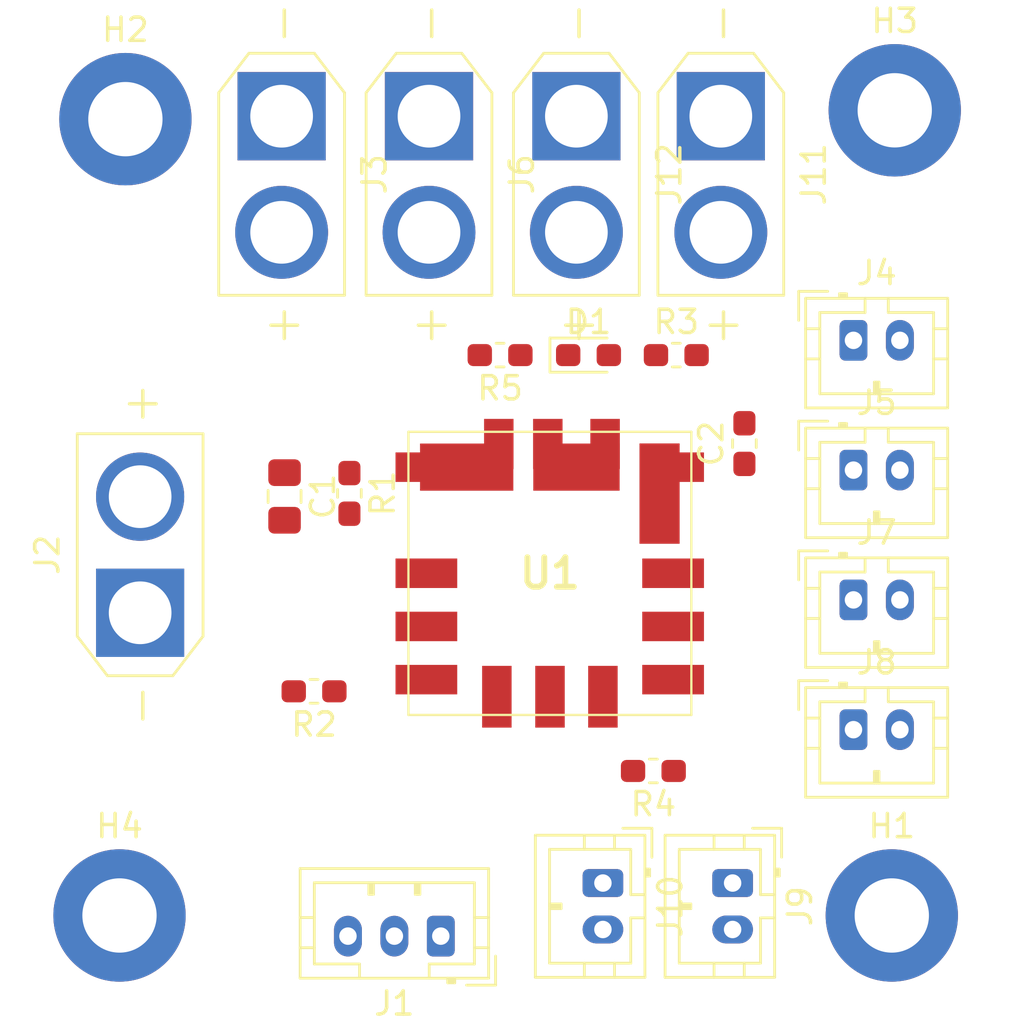
<source format=kicad_pcb>
(kicad_pcb (version 20171130) (host pcbnew "(5.1.2)-1")

  (general
    (thickness 1.6)
    (drawings 0)
    (tracks 0)
    (zones 0)
    (modules 25)
    (nets 12)
  )

  (page A4)
  (layers
    (0 F.Cu signal)
    (31 B.Cu signal)
    (32 B.Adhes user)
    (33 F.Adhes user)
    (34 B.Paste user)
    (35 F.Paste user)
    (36 B.SilkS user)
    (37 F.SilkS user)
    (38 B.Mask user)
    (39 F.Mask user)
    (40 Dwgs.User user)
    (41 Cmts.User user)
    (42 Eco1.User user)
    (43 Eco2.User user)
    (44 Edge.Cuts user)
    (45 Margin user)
    (46 B.CrtYd user)
    (47 F.CrtYd user)
    (48 B.Fab user)
    (49 F.Fab user)
  )

  (setup
    (last_trace_width 0.25)
    (trace_clearance 0.2)
    (zone_clearance 0.508)
    (zone_45_only no)
    (trace_min 0.2)
    (via_size 0.8)
    (via_drill 0.4)
    (via_min_size 0.4)
    (via_min_drill 0.3)
    (uvia_size 0.3)
    (uvia_drill 0.1)
    (uvias_allowed no)
    (uvia_min_size 0.2)
    (uvia_min_drill 0.1)
    (edge_width 0.05)
    (segment_width 0.2)
    (pcb_text_width 0.3)
    (pcb_text_size 1.5 1.5)
    (mod_edge_width 0.12)
    (mod_text_size 1 1)
    (mod_text_width 0.15)
    (pad_size 1.2 1.75)
    (pad_drill 0.75)
    (pad_to_mask_clearance 0.051)
    (solder_mask_min_width 0.25)
    (aux_axis_origin 0 0)
    (grid_origin 143.764 97.663)
    (visible_elements 7FFFFFFF)
    (pcbplotparams
      (layerselection 0x010fc_ffffffff)
      (usegerberextensions false)
      (usegerberattributes false)
      (usegerberadvancedattributes false)
      (creategerberjobfile false)
      (excludeedgelayer true)
      (linewidth 0.100000)
      (plotframeref false)
      (viasonmask false)
      (mode 1)
      (useauxorigin false)
      (hpglpennumber 1)
      (hpglpenspeed 20)
      (hpglpendiameter 15.000000)
      (psnegative false)
      (psa4output false)
      (plotreference true)
      (plotvalue true)
      (plotinvisibletext false)
      (padsonsilk false)
      (subtractmaskfromsilk false)
      (outputformat 1)
      (mirror false)
      (drillshape 0)
      (scaleselection 1)
      (outputdirectory "universal_power_board_garber_v1.1/"))
  )

  (net 0 "")
  (net 1 GND)
  (net 2 +BATT)
  (net 3 +5V)
  (net 4 "Net-(D1-Pad1)")
  (net 5 "Net-(R4-Pad1)")
  (net 6 "Net-(U1-Pad12)")
  (net 7 "Net-(U1-Pad11)")
  (net 8 "Net-(U1-Pad10)")
  (net 9 "Net-(U1-Pad9)")
  (net 10 "Net-(U1-Pad8)")
  (net 11 "Net-(J1-Pad2)")

  (net_class Default "これはデフォルトのネット クラスです。"
    (clearance 0.2)
    (trace_width 0.25)
    (via_dia 0.8)
    (via_drill 0.4)
    (uvia_dia 0.3)
    (uvia_drill 0.1)
    (add_net GND)
    (add_net "Net-(D1-Pad1)")
    (add_net "Net-(J1-Pad2)")
    (add_net "Net-(R4-Pad1)")
    (add_net "Net-(U1-Pad10)")
    (add_net "Net-(U1-Pad11)")
    (add_net "Net-(U1-Pad12)")
    (add_net "Net-(U1-Pad8)")
    (add_net "Net-(U1-Pad9)")
  )

  (net_class 5V ""
    (clearance 0.2)
    (trace_width 0.300387)
    (via_dia 0.8)
    (via_drill 0.4)
    (uvia_dia 0.3)
    (uvia_drill 0.1)
    (add_net +5V)
  )

  (net_class BATT ""
    (clearance 0.2)
    (trace_width 5)
    (via_dia 0.8)
    (via_drill 0.4)
    (uvia_dia 0.3)
    (uvia_drill 0.1)
    (add_net +BATT)
  )

  (module Connector_JST:JST_PH_B3B-PH-K_1x03_P2.00mm_Vertical (layer F.Cu) (tedit 5B7745C2) (tstamp 60362765)
    (at 112.649 88.646 180)
    (descr "JST PH series connector, B3B-PH-K (http://www.jst-mfg.com/product/pdf/eng/ePH.pdf), generated with kicad-footprint-generator")
    (tags "connector JST PH side entry")
    (path /60365C77)
    (fp_text reference J1 (at 2 -2.9) (layer F.SilkS)
      (effects (font (size 1 1) (thickness 0.15)))
    )
    (fp_text value Conn_01x03_Male (at 2 4) (layer F.Fab)
      (effects (font (size 1 1) (thickness 0.15)))
    )
    (fp_text user %R (at 2 1.5) (layer F.Fab)
      (effects (font (size 1 1) (thickness 0.15)))
    )
    (fp_line (start 6.45 -2.2) (end -2.45 -2.2) (layer F.CrtYd) (width 0.05))
    (fp_line (start 6.45 3.3) (end 6.45 -2.2) (layer F.CrtYd) (width 0.05))
    (fp_line (start -2.45 3.3) (end 6.45 3.3) (layer F.CrtYd) (width 0.05))
    (fp_line (start -2.45 -2.2) (end -2.45 3.3) (layer F.CrtYd) (width 0.05))
    (fp_line (start 5.95 -1.7) (end -1.95 -1.7) (layer F.Fab) (width 0.1))
    (fp_line (start 5.95 2.8) (end 5.95 -1.7) (layer F.Fab) (width 0.1))
    (fp_line (start -1.95 2.8) (end 5.95 2.8) (layer F.Fab) (width 0.1))
    (fp_line (start -1.95 -1.7) (end -1.95 2.8) (layer F.Fab) (width 0.1))
    (fp_line (start -2.36 -2.11) (end -2.36 -0.86) (layer F.Fab) (width 0.1))
    (fp_line (start -1.11 -2.11) (end -2.36 -2.11) (layer F.Fab) (width 0.1))
    (fp_line (start -2.36 -2.11) (end -2.36 -0.86) (layer F.SilkS) (width 0.12))
    (fp_line (start -1.11 -2.11) (end -2.36 -2.11) (layer F.SilkS) (width 0.12))
    (fp_line (start 3 2.3) (end 3 1.8) (layer F.SilkS) (width 0.12))
    (fp_line (start 3.1 1.8) (end 3.1 2.3) (layer F.SilkS) (width 0.12))
    (fp_line (start 2.9 1.8) (end 3.1 1.8) (layer F.SilkS) (width 0.12))
    (fp_line (start 2.9 2.3) (end 2.9 1.8) (layer F.SilkS) (width 0.12))
    (fp_line (start 1 2.3) (end 1 1.8) (layer F.SilkS) (width 0.12))
    (fp_line (start 1.1 1.8) (end 1.1 2.3) (layer F.SilkS) (width 0.12))
    (fp_line (start 0.9 1.8) (end 1.1 1.8) (layer F.SilkS) (width 0.12))
    (fp_line (start 0.9 2.3) (end 0.9 1.8) (layer F.SilkS) (width 0.12))
    (fp_line (start 6.06 0.8) (end 5.45 0.8) (layer F.SilkS) (width 0.12))
    (fp_line (start 6.06 -0.5) (end 5.45 -0.5) (layer F.SilkS) (width 0.12))
    (fp_line (start -2.06 0.8) (end -1.45 0.8) (layer F.SilkS) (width 0.12))
    (fp_line (start -2.06 -0.5) (end -1.45 -0.5) (layer F.SilkS) (width 0.12))
    (fp_line (start 3.5 -1.2) (end 3.5 -1.81) (layer F.SilkS) (width 0.12))
    (fp_line (start 5.45 -1.2) (end 3.5 -1.2) (layer F.SilkS) (width 0.12))
    (fp_line (start 5.45 2.3) (end 5.45 -1.2) (layer F.SilkS) (width 0.12))
    (fp_line (start -1.45 2.3) (end 5.45 2.3) (layer F.SilkS) (width 0.12))
    (fp_line (start -1.45 -1.2) (end -1.45 2.3) (layer F.SilkS) (width 0.12))
    (fp_line (start 0.5 -1.2) (end -1.45 -1.2) (layer F.SilkS) (width 0.12))
    (fp_line (start 0.5 -1.81) (end 0.5 -1.2) (layer F.SilkS) (width 0.12))
    (fp_line (start -0.3 -1.91) (end -0.6 -1.91) (layer F.SilkS) (width 0.12))
    (fp_line (start -0.6 -2.01) (end -0.6 -1.81) (layer F.SilkS) (width 0.12))
    (fp_line (start -0.3 -2.01) (end -0.6 -2.01) (layer F.SilkS) (width 0.12))
    (fp_line (start -0.3 -1.81) (end -0.3 -2.01) (layer F.SilkS) (width 0.12))
    (fp_line (start 6.06 -1.81) (end -2.06 -1.81) (layer F.SilkS) (width 0.12))
    (fp_line (start 6.06 2.91) (end 6.06 -1.81) (layer F.SilkS) (width 0.12))
    (fp_line (start -2.06 2.91) (end 6.06 2.91) (layer F.SilkS) (width 0.12))
    (fp_line (start -2.06 -1.81) (end -2.06 2.91) (layer F.SilkS) (width 0.12))
    (pad 3 thru_hole oval (at 4 0 180) (size 1.2 1.75) (drill 0.75) (layers *.Cu *.Mask)
      (net 1 GND))
    (pad 2 thru_hole oval (at 2 0 180) (size 1.2 1.75) (drill 0.75) (layers *.Cu *.Mask)
      (net 11 "Net-(J1-Pad2)"))
    (pad 1 thru_hole roundrect (at 0 0 180) (size 1.2 1.75) (drill 0.75) (layers *.Cu *.Mask) (roundrect_rratio 0.208333)
      (net 3 +5V))
    (model ${KISYS3DMOD}/Connector_JST.3dshapes/JST_PH_B3B-PH-K_1x03_P2.00mm_Vertical.wrl
      (at (xyz 0 0 0))
      (scale (xyz 1 1 1))
      (rotate (xyz 0 0 0))
    )
  )

  (module Connector_AMASS:AMASS_XT30U-F_1x02_P5.0mm_Vertical (layer F.Cu) (tedit 5C8E9CDA) (tstamp 60353EB1)
    (at 124.714 53.34 270)
    (descr "Connector XT30 Vertical Cable Female, https://www.tme.eu/en/Document/3cbfa5cfa544d79584972dd5234a409e/XT30U%20SPEC.pdf")
    (tags "RC Connector XT30")
    (path /5EECBAEE)
    (fp_text reference J11 (at 2.5 -4 90) (layer F.SilkS)
      (effects (font (size 1 1) (thickness 0.15)))
    )
    (fp_text value "BATT OUTPUT" (at 2.5 4 90) (layer F.Fab)
      (effects (font (size 1 1) (thickness 0.15)))
    )
    (fp_text user - (at -4 0 90) (layer F.SilkS)
      (effects (font (size 1.5 1.5) (thickness 0.15)))
    )
    (fp_text user + (at 9 0 90) (layer F.SilkS)
      (effects (font (size 1.5 1.5) (thickness 0.15)))
    )
    (fp_line (start -3.1 1.8) (end -1.4 3.1) (layer F.CrtYd) (width 0.05))
    (fp_line (start -3.1 -1.8) (end -1.4 -3.1) (layer F.CrtYd) (width 0.05))
    (fp_line (start -1.4 3.1) (end 8.1 3.1) (layer F.CrtYd) (width 0.05))
    (fp_line (start -3.1 -1.8) (end -3.1 1.8) (layer F.CrtYd) (width 0.05))
    (fp_line (start 8.1 -3.1) (end 8.1 3.1) (layer F.CrtYd) (width 0.05))
    (fp_line (start -1.4 -3.1) (end 8.1 -3.1) (layer F.CrtYd) (width 0.05))
    (fp_line (start -2.71 -1.41) (end -2.71 1.41) (layer F.SilkS) (width 0.12))
    (fp_line (start -2.71 1.41) (end -1.01 2.71) (layer F.SilkS) (width 0.12))
    (fp_line (start -2.71 -1.41) (end -1.01 -2.71) (layer F.SilkS) (width 0.12))
    (fp_line (start -1.01 2.71) (end 7.71 2.71) (layer F.SilkS) (width 0.12))
    (fp_line (start 7.71 -2.71) (end 7.71 2.71) (layer F.SilkS) (width 0.12))
    (fp_line (start -1.01 -2.71) (end 7.71 -2.71) (layer F.SilkS) (width 0.12))
    (fp_line (start -2.6 1.3) (end -0.9 2.6) (layer F.Fab) (width 0.1))
    (fp_line (start -2.6 -1.3) (end -0.9 -2.6) (layer F.Fab) (width 0.1))
    (fp_line (start -0.9 2.6) (end 7.6 2.6) (layer F.Fab) (width 0.1))
    (fp_line (start -0.9 -2.6) (end 7.6 -2.6) (layer F.Fab) (width 0.1))
    (fp_line (start 7.6 -2.6) (end 7.6 2.6) (layer F.Fab) (width 0.1))
    (fp_line (start -2.6 -1.3) (end -2.6 1.3) (layer F.Fab) (width 0.1))
    (fp_text user %R (at 2.5 0 90) (layer F.Fab)
      (effects (font (size 1 1) (thickness 0.15)))
    )
    (pad 2 thru_hole circle (at 5 0 270) (size 4 4) (drill 2.7) (layers *.Cu *.Mask)
      (net 2 +BATT))
    (pad 1 thru_hole rect (at 0 0 270) (size 3.8 3.8) (drill 2.7) (layers *.Cu *.Mask)
      (net 1 GND))
    (model ${KISYS3DMOD}/Connector_AMASS.3dshapes/AMASS_XT30U-F_1x02_P5.0mm_Vertical.wrl
      (at (xyz 0 0 0))
      (scale (xyz 1 1 1))
      (rotate (xyz 0 0 0))
    )
  )

  (module OKL-T_6-W12N-C:OKL-T_3-W5 (layer F.Cu) (tedit 60353764) (tstamp 60353F3F)
    (at 123.444 79.121)
    (descr OKL-T/3-W5)
    (tags "Undefined or Miscellaneous")
    (path /5EDB87BA)
    (attr smd)
    (fp_text reference U1 (at -6.095 -6.095) (layer F.SilkS)
      (effects (font (size 1.27 1.27) (thickness 0.254)))
    )
    (fp_text value OKL-T_6-W12N-C (at -6.095 -6.095) (layer F.SilkS) hide
      (effects (font (size 1.27 1.27) (thickness 0.254)))
    )
    (fp_line (start -12.19 0) (end -12.19 -12.19) (layer F.SilkS) (width 0.1))
    (fp_line (start 0 0) (end -12.19 0) (layer F.SilkS) (width 0.1))
    (fp_line (start 0 -12.19) (end 0 0) (layer F.SilkS) (width 0.1))
    (fp_line (start -12.19 -12.19) (end 0 -12.19) (layer F.SilkS) (width 0.1))
    (fp_line (start -12.19 -12.19) (end -12.19 0) (layer F.Fab) (width 0.2))
    (fp_line (start 0 -12.19) (end -12.19 -12.19) (layer F.Fab) (width 0.2))
    (fp_line (start 0 0) (end 0 -12.19) (layer F.Fab) (width 0.2))
    (fp_line (start -12.19 0) (end 0 0) (layer F.Fab) (width 0.2))
    (fp_text user %R (at -6.095 -6.095) (layer F.Fab)
      (effects (font (size 1.27 1.27) (thickness 0.254)))
    )
    (pad 3 smd rect (at -3.71646 -11.6677 180) (size 1.27 2.159) (layers F.Cu F.Paste F.Mask)
      (net 1 GND))
    (pad 3 smd rect (at -6.18446 -11.6677) (size 1.27 2.159) (layers F.Cu F.Paste F.Mask)
      (net 1 GND))
    (pad 4 smd rect (at -0.53613 -10.668 90) (size 1.27 2.159) (layers F.Cu F.Paste F.Mask)
      (net 3 +5V))
    (pad 2 smd rect (at -8.296072 -11.6677 180) (size 1.27 2.159) (layers F.Cu F.Paste F.Mask)
      (net 2 +BATT))
    (pad 2 smd rect (at -11.66657 -10.668 90) (size 1.27 2.159) (layers F.Cu F.Paste F.Mask)
      (net 2 +BATT))
    (pad 12 smd rect (at -3.81 -0.78359 90) (size 2.659 1.27) (layers F.Cu F.Paste F.Mask)
      (net 6 "Net-(U1-Pad12)"))
    (pad 11 smd rect (at -0.78613 -3.81 90) (size 1.27 2.659) (layers F.Cu F.Paste F.Mask)
      (net 7 "Net-(U1-Pad11)"))
    (pad 10 smd rect (at -11.41657 -3.81 90) (size 1.27 2.659) (layers F.Cu F.Paste F.Mask)
      (net 8 "Net-(U1-Pad10)"))
    (pad 9 smd rect (at -11.41657 -1.52 90) (size 1.27 2.659) (layers F.Cu F.Paste F.Mask)
      (net 9 "Net-(U1-Pad9)"))
    (pad 8 smd rect (at -8.38 -0.78359 90) (size 2.659 1.27) (layers F.Cu F.Paste F.Mask)
      (net 10 "Net-(U1-Pad8)"))
    (pad 7 smd rect (at -6.09 -0.78359 90) (size 2.659 1.27) (layers F.Cu F.Paste F.Mask)
      (net 1 GND))
    (pad 6 smd rect (at -0.78613 -1.52 90) (size 1.27 2.659) (layers F.Cu F.Paste F.Mask)
      (net 5 "Net-(R4-Pad1)"))
    (pad 5 smd rect (at -0.78613 -6.1 90) (size 1.27 2.659) (layers F.Cu F.Paste F.Mask)
      (net 3 +5V))
    (pad 4 smd rect (at -1.37 -9.53) (size 1.73 4.32) (layers F.Cu F.Paste F.Mask)
      (net 3 +5V))
    (pad 3 smd rect (at -4.95 -10.67 90) (size 2.03 3.72) (layers F.Cu F.Paste F.Mask)
      (net 1 GND))
    (pad 2 smd rect (at -9.68 -10.67 90) (size 2.03 4.02) (layers F.Cu F.Paste F.Mask)
      (net 2 +BATT))
    (pad 1 smd rect (at -11.41657 -6.1 90) (size 1.27 2.659) (layers F.Cu F.Paste F.Mask)
      (net 1 GND))
  )

  (module MountingHole:MountingHole_3.2mm_M3_ISO7380_Pad (layer F.Cu) (tedit 56D1B4CB) (tstamp 60353D10)
    (at 132.207 53.086)
    (descr "Mounting Hole 3.2mm, M3, ISO7380")
    (tags "mounting hole 3.2mm m3 iso7380")
    (path /5EE580CC)
    (attr virtual)
    (fp_text reference H3 (at 0 -3.85) (layer F.SilkS)
      (effects (font (size 1 1) (thickness 0.15)))
    )
    (fp_text value MountingHole (at 0 3.85) (layer F.Fab)
      (effects (font (size 1 1) (thickness 0.15)))
    )
    (fp_circle (center 0 0) (end 3.1 0) (layer F.CrtYd) (width 0.05))
    (fp_circle (center 0 0) (end 2.85 0) (layer Cmts.User) (width 0.15))
    (fp_text user %R (at 0.3 0) (layer F.Fab)
      (effects (font (size 1 1) (thickness 0.15)))
    )
    (pad 1 thru_hole circle (at 0 0) (size 5.7 5.7) (drill 3.2) (layers *.Cu *.Mask))
  )

  (module LED_SMD:LED_0603_1608Metric_Pad1.05x0.95mm_HandSolder (layer F.Cu) (tedit 5B4B45C9) (tstamp 60353CF8)
    (at 119.013 63.627)
    (descr "LED SMD 0603 (1608 Metric), square (rectangular) end terminal, IPC_7351 nominal, (Body size source: http://www.tortai-tech.com/upload/download/2011102023233369053.pdf), generated with kicad-footprint-generator")
    (tags "LED handsolder")
    (path /5EDD93B7)
    (attr smd)
    (fp_text reference D1 (at 0 -1.43) (layer F.SilkS)
      (effects (font (size 1 1) (thickness 0.15)))
    )
    (fp_text value LED (at 0 1.43) (layer F.Fab)
      (effects (font (size 1 1) (thickness 0.15)))
    )
    (fp_text user %R (at 0 0) (layer F.Fab)
      (effects (font (size 0.4 0.4) (thickness 0.06)))
    )
    (fp_line (start 1.65 0.73) (end -1.65 0.73) (layer F.CrtYd) (width 0.05))
    (fp_line (start 1.65 -0.73) (end 1.65 0.73) (layer F.CrtYd) (width 0.05))
    (fp_line (start -1.65 -0.73) (end 1.65 -0.73) (layer F.CrtYd) (width 0.05))
    (fp_line (start -1.65 0.73) (end -1.65 -0.73) (layer F.CrtYd) (width 0.05))
    (fp_line (start -1.66 0.735) (end 0.8 0.735) (layer F.SilkS) (width 0.12))
    (fp_line (start -1.66 -0.735) (end -1.66 0.735) (layer F.SilkS) (width 0.12))
    (fp_line (start 0.8 -0.735) (end -1.66 -0.735) (layer F.SilkS) (width 0.12))
    (fp_line (start 0.8 0.4) (end 0.8 -0.4) (layer F.Fab) (width 0.1))
    (fp_line (start -0.8 0.4) (end 0.8 0.4) (layer F.Fab) (width 0.1))
    (fp_line (start -0.8 -0.1) (end -0.8 0.4) (layer F.Fab) (width 0.1))
    (fp_line (start -0.5 -0.4) (end -0.8 -0.1) (layer F.Fab) (width 0.1))
    (fp_line (start 0.8 -0.4) (end -0.5 -0.4) (layer F.Fab) (width 0.1))
    (pad 2 smd roundrect (at 0.875 0) (size 1.05 0.95) (layers F.Cu F.Paste F.Mask) (roundrect_rratio 0.25)
      (net 3 +5V))
    (pad 1 smd roundrect (at -0.875 0) (size 1.05 0.95) (layers F.Cu F.Paste F.Mask) (roundrect_rratio 0.25)
      (net 4 "Net-(D1-Pad1)"))
    (model ${KISYS3DMOD}/LED_SMD.3dshapes/LED_0603_1608Metric.wrl
      (at (xyz 0 0 0))
      (scale (xyz 1 1 1))
      (rotate (xyz 0 0 0))
    )
  )

  (module Resistor_SMD:R_0603_1608Metric_Pad1.05x0.95mm_HandSolder (layer F.Cu) (tedit 5B301BBD) (tstamp 60353EEE)
    (at 107.188 78.105 180)
    (descr "Resistor SMD 0603 (1608 Metric), square (rectangular) end terminal, IPC_7351 nominal with elongated pad for handsoldering. (Body size source: http://www.tortai-tech.com/upload/download/2011102023233369053.pdf), generated with kicad-footprint-generator")
    (tags "resistor handsolder")
    (path /5EDCC21E)
    (attr smd)
    (fp_text reference R2 (at 0 -1.43) (layer F.SilkS)
      (effects (font (size 1 1) (thickness 0.15)))
    )
    (fp_text value 150 (at 0 1.43) (layer F.Fab)
      (effects (font (size 1 1) (thickness 0.15)))
    )
    (fp_text user %R (at 0 0) (layer F.Fab)
      (effects (font (size 0.4 0.4) (thickness 0.06)))
    )
    (fp_line (start 1.65 0.73) (end -1.65 0.73) (layer F.CrtYd) (width 0.05))
    (fp_line (start 1.65 -0.73) (end 1.65 0.73) (layer F.CrtYd) (width 0.05))
    (fp_line (start -1.65 -0.73) (end 1.65 -0.73) (layer F.CrtYd) (width 0.05))
    (fp_line (start -1.65 0.73) (end -1.65 -0.73) (layer F.CrtYd) (width 0.05))
    (fp_line (start -0.171267 0.51) (end 0.171267 0.51) (layer F.SilkS) (width 0.12))
    (fp_line (start -0.171267 -0.51) (end 0.171267 -0.51) (layer F.SilkS) (width 0.12))
    (fp_line (start 0.8 0.4) (end -0.8 0.4) (layer F.Fab) (width 0.1))
    (fp_line (start 0.8 -0.4) (end 0.8 0.4) (layer F.Fab) (width 0.1))
    (fp_line (start -0.8 -0.4) (end 0.8 -0.4) (layer F.Fab) (width 0.1))
    (fp_line (start -0.8 0.4) (end -0.8 -0.4) (layer F.Fab) (width 0.1))
    (pad 2 smd roundrect (at 0.875 0 180) (size 1.05 0.95) (layers F.Cu F.Paste F.Mask) (roundrect_rratio 0.25)
      (net 1 GND))
    (pad 1 smd roundrect (at -0.875 0 180) (size 1.05 0.95) (layers F.Cu F.Paste F.Mask) (roundrect_rratio 0.25)
      (net 11 "Net-(J1-Pad2)"))
    (model ${KISYS3DMOD}/Resistor_SMD.3dshapes/R_0603_1608Metric.wrl
      (at (xyz 0 0 0))
      (scale (xyz 1 1 1))
      (rotate (xyz 0 0 0))
    )
  )

  (module Connector_JST:JST_PH_B2B-PH-K_1x02_P2.00mm_Vertical (layer F.Cu) (tedit 5B7745C2) (tstamp 60353DD3)
    (at 130.429 68.58)
    (descr "JST PH series connector, B2B-PH-K (http://www.jst-mfg.com/product/pdf/eng/ePH.pdf), generated with kicad-footprint-generator")
    (tags "connector JST PH side entry")
    (path /5EE55B75)
    (fp_text reference J5 (at 1 -2.9) (layer F.SilkS)
      (effects (font (size 1 1) (thickness 0.15)))
    )
    (fp_text value "5V OUTPUT" (at 1 4) (layer F.Fab)
      (effects (font (size 1 1) (thickness 0.15)))
    )
    (fp_text user %R (at 1 1.5) (layer F.Fab)
      (effects (font (size 1 1) (thickness 0.15)))
    )
    (fp_line (start 4.45 -2.2) (end -2.45 -2.2) (layer F.CrtYd) (width 0.05))
    (fp_line (start 4.45 3.3) (end 4.45 -2.2) (layer F.CrtYd) (width 0.05))
    (fp_line (start -2.45 3.3) (end 4.45 3.3) (layer F.CrtYd) (width 0.05))
    (fp_line (start -2.45 -2.2) (end -2.45 3.3) (layer F.CrtYd) (width 0.05))
    (fp_line (start 3.95 -1.7) (end -1.95 -1.7) (layer F.Fab) (width 0.1))
    (fp_line (start 3.95 2.8) (end 3.95 -1.7) (layer F.Fab) (width 0.1))
    (fp_line (start -1.95 2.8) (end 3.95 2.8) (layer F.Fab) (width 0.1))
    (fp_line (start -1.95 -1.7) (end -1.95 2.8) (layer F.Fab) (width 0.1))
    (fp_line (start -2.36 -2.11) (end -2.36 -0.86) (layer F.Fab) (width 0.1))
    (fp_line (start -1.11 -2.11) (end -2.36 -2.11) (layer F.Fab) (width 0.1))
    (fp_line (start -2.36 -2.11) (end -2.36 -0.86) (layer F.SilkS) (width 0.12))
    (fp_line (start -1.11 -2.11) (end -2.36 -2.11) (layer F.SilkS) (width 0.12))
    (fp_line (start 1 2.3) (end 1 1.8) (layer F.SilkS) (width 0.12))
    (fp_line (start 1.1 1.8) (end 1.1 2.3) (layer F.SilkS) (width 0.12))
    (fp_line (start 0.9 1.8) (end 1.1 1.8) (layer F.SilkS) (width 0.12))
    (fp_line (start 0.9 2.3) (end 0.9 1.8) (layer F.SilkS) (width 0.12))
    (fp_line (start 4.06 0.8) (end 3.45 0.8) (layer F.SilkS) (width 0.12))
    (fp_line (start 4.06 -0.5) (end 3.45 -0.5) (layer F.SilkS) (width 0.12))
    (fp_line (start -2.06 0.8) (end -1.45 0.8) (layer F.SilkS) (width 0.12))
    (fp_line (start -2.06 -0.5) (end -1.45 -0.5) (layer F.SilkS) (width 0.12))
    (fp_line (start 1.5 -1.2) (end 1.5 -1.81) (layer F.SilkS) (width 0.12))
    (fp_line (start 3.45 -1.2) (end 1.5 -1.2) (layer F.SilkS) (width 0.12))
    (fp_line (start 3.45 2.3) (end 3.45 -1.2) (layer F.SilkS) (width 0.12))
    (fp_line (start -1.45 2.3) (end 3.45 2.3) (layer F.SilkS) (width 0.12))
    (fp_line (start -1.45 -1.2) (end -1.45 2.3) (layer F.SilkS) (width 0.12))
    (fp_line (start 0.5 -1.2) (end -1.45 -1.2) (layer F.SilkS) (width 0.12))
    (fp_line (start 0.5 -1.81) (end 0.5 -1.2) (layer F.SilkS) (width 0.12))
    (fp_line (start -0.3 -1.91) (end -0.6 -1.91) (layer F.SilkS) (width 0.12))
    (fp_line (start -0.6 -2.01) (end -0.6 -1.81) (layer F.SilkS) (width 0.12))
    (fp_line (start -0.3 -2.01) (end -0.6 -2.01) (layer F.SilkS) (width 0.12))
    (fp_line (start -0.3 -1.81) (end -0.3 -2.01) (layer F.SilkS) (width 0.12))
    (fp_line (start 4.06 -1.81) (end -2.06 -1.81) (layer F.SilkS) (width 0.12))
    (fp_line (start 4.06 2.91) (end 4.06 -1.81) (layer F.SilkS) (width 0.12))
    (fp_line (start -2.06 2.91) (end 4.06 2.91) (layer F.SilkS) (width 0.12))
    (fp_line (start -2.06 -1.81) (end -2.06 2.91) (layer F.SilkS) (width 0.12))
    (pad 2 thru_hole oval (at 2 0) (size 1.2 1.75) (drill 0.75) (layers *.Cu *.Mask)
      (net 1 GND))
    (pad 1 thru_hole roundrect (at 0 0) (size 1.2 1.75) (drill 0.75) (layers *.Cu *.Mask) (roundrect_rratio 0.208333)
      (net 3 +5V))
    (model ${KISYS3DMOD}/Connector_JST.3dshapes/JST_PH_B2B-PH-K_1x02_P2.00mm_Vertical.wrl
      (at (xyz 0 0 0))
      (scale (xyz 1 1 1))
      (rotate (xyz 0 0 0))
    )
  )

  (module Connector_AMASS:AMASS_XT30U-F_1x02_P5.0mm_Vertical (layer F.Cu) (tedit 5C8E9CDA) (tstamp 60353ECC)
    (at 118.491 53.34 270)
    (descr "Connector XT30 Vertical Cable Female, https://www.tme.eu/en/Document/3cbfa5cfa544d79584972dd5234a409e/XT30U%20SPEC.pdf")
    (tags "RC Connector XT30")
    (path /5EEE27F1)
    (fp_text reference J12 (at 2.5 -4 90) (layer F.SilkS)
      (effects (font (size 1 1) (thickness 0.15)))
    )
    (fp_text value "BATT OUTPUT" (at 2.5 4 90) (layer F.Fab)
      (effects (font (size 1 1) (thickness 0.15)))
    )
    (fp_text user - (at -4 0 90) (layer F.SilkS)
      (effects (font (size 1.5 1.5) (thickness 0.15)))
    )
    (fp_text user + (at 9 0 90) (layer F.SilkS)
      (effects (font (size 1.5 1.5) (thickness 0.15)))
    )
    (fp_line (start -3.1 1.8) (end -1.4 3.1) (layer F.CrtYd) (width 0.05))
    (fp_line (start -3.1 -1.8) (end -1.4 -3.1) (layer F.CrtYd) (width 0.05))
    (fp_line (start -1.4 3.1) (end 8.1 3.1) (layer F.CrtYd) (width 0.05))
    (fp_line (start -3.1 -1.8) (end -3.1 1.8) (layer F.CrtYd) (width 0.05))
    (fp_line (start 8.1 -3.1) (end 8.1 3.1) (layer F.CrtYd) (width 0.05))
    (fp_line (start -1.4 -3.1) (end 8.1 -3.1) (layer F.CrtYd) (width 0.05))
    (fp_line (start -2.71 -1.41) (end -2.71 1.41) (layer F.SilkS) (width 0.12))
    (fp_line (start -2.71 1.41) (end -1.01 2.71) (layer F.SilkS) (width 0.12))
    (fp_line (start -2.71 -1.41) (end -1.01 -2.71) (layer F.SilkS) (width 0.12))
    (fp_line (start -1.01 2.71) (end 7.71 2.71) (layer F.SilkS) (width 0.12))
    (fp_line (start 7.71 -2.71) (end 7.71 2.71) (layer F.SilkS) (width 0.12))
    (fp_line (start -1.01 -2.71) (end 7.71 -2.71) (layer F.SilkS) (width 0.12))
    (fp_line (start -2.6 1.3) (end -0.9 2.6) (layer F.Fab) (width 0.1))
    (fp_line (start -2.6 -1.3) (end -0.9 -2.6) (layer F.Fab) (width 0.1))
    (fp_line (start -0.9 2.6) (end 7.6 2.6) (layer F.Fab) (width 0.1))
    (fp_line (start -0.9 -2.6) (end 7.6 -2.6) (layer F.Fab) (width 0.1))
    (fp_line (start 7.6 -2.6) (end 7.6 2.6) (layer F.Fab) (width 0.1))
    (fp_line (start -2.6 -1.3) (end -2.6 1.3) (layer F.Fab) (width 0.1))
    (fp_text user %R (at 2.5 0 90) (layer F.Fab)
      (effects (font (size 1 1) (thickness 0.15)))
    )
    (pad 2 thru_hole circle (at 5 0 270) (size 4 4) (drill 2.7) (layers *.Cu *.Mask)
      (net 2 +BATT))
    (pad 1 thru_hole rect (at 0 0 270) (size 3.8 3.8) (drill 2.7) (layers *.Cu *.Mask)
      (net 1 GND))
    (model ${KISYS3DMOD}/Connector_AMASS.3dshapes/AMASS_XT30U-F_1x02_P5.0mm_Vertical.wrl
      (at (xyz 0 0 0))
      (scale (xyz 1 1 1))
      (rotate (xyz 0 0 0))
    )
  )

  (module MountingHole:MountingHole_3.2mm_M3_ISO7380_Pad (layer F.Cu) (tedit 56D1B4CB) (tstamp 60353D18)
    (at 98.806 87.757)
    (descr "Mounting Hole 3.2mm, M3, ISO7380")
    (tags "mounting hole 3.2mm m3 iso7380")
    (path /5EE5B726)
    (attr virtual)
    (fp_text reference H4 (at 0 -3.85) (layer F.SilkS)
      (effects (font (size 1 1) (thickness 0.15)))
    )
    (fp_text value MountingHole (at 0 3.85) (layer F.Fab)
      (effects (font (size 1 1) (thickness 0.15)))
    )
    (fp_circle (center 0 0) (end 3.1 0) (layer F.CrtYd) (width 0.05))
    (fp_circle (center 0 0) (end 2.85 0) (layer Cmts.User) (width 0.15))
    (fp_text user %R (at 0.3 0) (layer F.Fab)
      (effects (font (size 1 1) (thickness 0.15)))
    )
    (pad 1 thru_hole circle (at 0 0) (size 5.7 5.7) (drill 3.2) (layers *.Cu *.Mask))
  )

  (module Resistor_SMD:R_0603_1608Metric_Pad1.05x0.95mm_HandSolder (layer F.Cu) (tedit 5B301BBD) (tstamp 60353F21)
    (at 115.203 63.627 180)
    (descr "Resistor SMD 0603 (1608 Metric), square (rectangular) end terminal, IPC_7351 nominal with elongated pad for handsoldering. (Body size source: http://www.tortai-tech.com/upload/download/2011102023233369053.pdf), generated with kicad-footprint-generator")
    (tags "resistor handsolder")
    (path /5EDDB2C8)
    (attr smd)
    (fp_text reference R5 (at 0 -1.43) (layer F.SilkS)
      (effects (font (size 1 1) (thickness 0.15)))
    )
    (fp_text value 300 (at 0 1.43) (layer F.Fab)
      (effects (font (size 1 1) (thickness 0.15)))
    )
    (fp_text user %R (at 0 0) (layer F.Fab)
      (effects (font (size 0.4 0.4) (thickness 0.06)))
    )
    (fp_line (start 1.65 0.73) (end -1.65 0.73) (layer F.CrtYd) (width 0.05))
    (fp_line (start 1.65 -0.73) (end 1.65 0.73) (layer F.CrtYd) (width 0.05))
    (fp_line (start -1.65 -0.73) (end 1.65 -0.73) (layer F.CrtYd) (width 0.05))
    (fp_line (start -1.65 0.73) (end -1.65 -0.73) (layer F.CrtYd) (width 0.05))
    (fp_line (start -0.171267 0.51) (end 0.171267 0.51) (layer F.SilkS) (width 0.12))
    (fp_line (start -0.171267 -0.51) (end 0.171267 -0.51) (layer F.SilkS) (width 0.12))
    (fp_line (start 0.8 0.4) (end -0.8 0.4) (layer F.Fab) (width 0.1))
    (fp_line (start 0.8 -0.4) (end 0.8 0.4) (layer F.Fab) (width 0.1))
    (fp_line (start -0.8 -0.4) (end 0.8 -0.4) (layer F.Fab) (width 0.1))
    (fp_line (start -0.8 0.4) (end -0.8 -0.4) (layer F.Fab) (width 0.1))
    (pad 2 smd roundrect (at 0.875 0 180) (size 1.05 0.95) (layers F.Cu F.Paste F.Mask) (roundrect_rratio 0.25)
      (net 1 GND))
    (pad 1 smd roundrect (at -0.875 0 180) (size 1.05 0.95) (layers F.Cu F.Paste F.Mask) (roundrect_rratio 0.25)
      (net 4 "Net-(D1-Pad1)"))
    (model ${KISYS3DMOD}/Resistor_SMD.3dshapes/R_0603_1608Metric.wrl
      (at (xyz 0 0 0))
      (scale (xyz 1 1 1))
      (rotate (xyz 0 0 0))
    )
  )

  (module Connector_JST:JST_PH_B2B-PH-K_1x02_P2.00mm_Vertical (layer F.Cu) (tedit 5B7745C2) (tstamp 60353E18)
    (at 130.429 74.168)
    (descr "JST PH series connector, B2B-PH-K (http://www.jst-mfg.com/product/pdf/eng/ePH.pdf), generated with kicad-footprint-generator")
    (tags "connector JST PH side entry")
    (path /5EDF8F5B)
    (fp_text reference J7 (at 1 -2.9) (layer F.SilkS)
      (effects (font (size 1 1) (thickness 0.15)))
    )
    (fp_text value "5V OUTPUT" (at 1 4) (layer F.Fab)
      (effects (font (size 1 1) (thickness 0.15)))
    )
    (fp_text user %R (at 1 1.5) (layer F.Fab)
      (effects (font (size 1 1) (thickness 0.15)))
    )
    (fp_line (start 4.45 -2.2) (end -2.45 -2.2) (layer F.CrtYd) (width 0.05))
    (fp_line (start 4.45 3.3) (end 4.45 -2.2) (layer F.CrtYd) (width 0.05))
    (fp_line (start -2.45 3.3) (end 4.45 3.3) (layer F.CrtYd) (width 0.05))
    (fp_line (start -2.45 -2.2) (end -2.45 3.3) (layer F.CrtYd) (width 0.05))
    (fp_line (start 3.95 -1.7) (end -1.95 -1.7) (layer F.Fab) (width 0.1))
    (fp_line (start 3.95 2.8) (end 3.95 -1.7) (layer F.Fab) (width 0.1))
    (fp_line (start -1.95 2.8) (end 3.95 2.8) (layer F.Fab) (width 0.1))
    (fp_line (start -1.95 -1.7) (end -1.95 2.8) (layer F.Fab) (width 0.1))
    (fp_line (start -2.36 -2.11) (end -2.36 -0.86) (layer F.Fab) (width 0.1))
    (fp_line (start -1.11 -2.11) (end -2.36 -2.11) (layer F.Fab) (width 0.1))
    (fp_line (start -2.36 -2.11) (end -2.36 -0.86) (layer F.SilkS) (width 0.12))
    (fp_line (start -1.11 -2.11) (end -2.36 -2.11) (layer F.SilkS) (width 0.12))
    (fp_line (start 1 2.3) (end 1 1.8) (layer F.SilkS) (width 0.12))
    (fp_line (start 1.1 1.8) (end 1.1 2.3) (layer F.SilkS) (width 0.12))
    (fp_line (start 0.9 1.8) (end 1.1 1.8) (layer F.SilkS) (width 0.12))
    (fp_line (start 0.9 2.3) (end 0.9 1.8) (layer F.SilkS) (width 0.12))
    (fp_line (start 4.06 0.8) (end 3.45 0.8) (layer F.SilkS) (width 0.12))
    (fp_line (start 4.06 -0.5) (end 3.45 -0.5) (layer F.SilkS) (width 0.12))
    (fp_line (start -2.06 0.8) (end -1.45 0.8) (layer F.SilkS) (width 0.12))
    (fp_line (start -2.06 -0.5) (end -1.45 -0.5) (layer F.SilkS) (width 0.12))
    (fp_line (start 1.5 -1.2) (end 1.5 -1.81) (layer F.SilkS) (width 0.12))
    (fp_line (start 3.45 -1.2) (end 1.5 -1.2) (layer F.SilkS) (width 0.12))
    (fp_line (start 3.45 2.3) (end 3.45 -1.2) (layer F.SilkS) (width 0.12))
    (fp_line (start -1.45 2.3) (end 3.45 2.3) (layer F.SilkS) (width 0.12))
    (fp_line (start -1.45 -1.2) (end -1.45 2.3) (layer F.SilkS) (width 0.12))
    (fp_line (start 0.5 -1.2) (end -1.45 -1.2) (layer F.SilkS) (width 0.12))
    (fp_line (start 0.5 -1.81) (end 0.5 -1.2) (layer F.SilkS) (width 0.12))
    (fp_line (start -0.3 -1.91) (end -0.6 -1.91) (layer F.SilkS) (width 0.12))
    (fp_line (start -0.6 -2.01) (end -0.6 -1.81) (layer F.SilkS) (width 0.12))
    (fp_line (start -0.3 -2.01) (end -0.6 -2.01) (layer F.SilkS) (width 0.12))
    (fp_line (start -0.3 -1.81) (end -0.3 -2.01) (layer F.SilkS) (width 0.12))
    (fp_line (start 4.06 -1.81) (end -2.06 -1.81) (layer F.SilkS) (width 0.12))
    (fp_line (start 4.06 2.91) (end 4.06 -1.81) (layer F.SilkS) (width 0.12))
    (fp_line (start -2.06 2.91) (end 4.06 2.91) (layer F.SilkS) (width 0.12))
    (fp_line (start -2.06 -1.81) (end -2.06 2.91) (layer F.SilkS) (width 0.12))
    (pad 2 thru_hole oval (at 2 0) (size 1.2 1.75) (drill 0.75) (layers *.Cu *.Mask)
      (net 1 GND))
    (pad 1 thru_hole roundrect (at 0 0) (size 1.2 1.75) (drill 0.75) (layers *.Cu *.Mask) (roundrect_rratio 0.208333)
      (net 3 +5V))
    (model ${KISYS3DMOD}/Connector_JST.3dshapes/JST_PH_B2B-PH-K_1x02_P2.00mm_Vertical.wrl
      (at (xyz 0 0 0))
      (scale (xyz 1 1 1))
      (rotate (xyz 0 0 0))
    )
  )

  (module Resistor_SMD:R_0603_1608Metric_Pad1.05x0.95mm_HandSolder (layer F.Cu) (tedit 5B301BBD) (tstamp 60353EDD)
    (at 108.712 69.582 270)
    (descr "Resistor SMD 0603 (1608 Metric), square (rectangular) end terminal, IPC_7351 nominal with elongated pad for handsoldering. (Body size source: http://www.tortai-tech.com/upload/download/2011102023233369053.pdf), generated with kicad-footprint-generator")
    (tags "resistor handsolder")
    (path /5EDCBAB9)
    (attr smd)
    (fp_text reference R1 (at 0 -1.43 90) (layer F.SilkS)
      (effects (font (size 1 1) (thickness 0.15)))
    )
    (fp_text value 1K (at 0 1.43 90) (layer F.Fab)
      (effects (font (size 1 1) (thickness 0.15)))
    )
    (fp_text user %R (at 0 0 90) (layer F.Fab)
      (effects (font (size 0.4 0.4) (thickness 0.06)))
    )
    (fp_line (start 1.65 0.73) (end -1.65 0.73) (layer F.CrtYd) (width 0.05))
    (fp_line (start 1.65 -0.73) (end 1.65 0.73) (layer F.CrtYd) (width 0.05))
    (fp_line (start -1.65 -0.73) (end 1.65 -0.73) (layer F.CrtYd) (width 0.05))
    (fp_line (start -1.65 0.73) (end -1.65 -0.73) (layer F.CrtYd) (width 0.05))
    (fp_line (start -0.171267 0.51) (end 0.171267 0.51) (layer F.SilkS) (width 0.12))
    (fp_line (start -0.171267 -0.51) (end 0.171267 -0.51) (layer F.SilkS) (width 0.12))
    (fp_line (start 0.8 0.4) (end -0.8 0.4) (layer F.Fab) (width 0.1))
    (fp_line (start 0.8 -0.4) (end 0.8 0.4) (layer F.Fab) (width 0.1))
    (fp_line (start -0.8 -0.4) (end 0.8 -0.4) (layer F.Fab) (width 0.1))
    (fp_line (start -0.8 0.4) (end -0.8 -0.4) (layer F.Fab) (width 0.1))
    (pad 2 smd roundrect (at 0.875 0 270) (size 1.05 0.95) (layers F.Cu F.Paste F.Mask) (roundrect_rratio 0.25)
      (net 11 "Net-(J1-Pad2)"))
    (pad 1 smd roundrect (at -0.875 0 270) (size 1.05 0.95) (layers F.Cu F.Paste F.Mask) (roundrect_rratio 0.25)
      (net 2 +BATT))
    (model ${KISYS3DMOD}/Resistor_SMD.3dshapes/R_0603_1608Metric.wrl
      (at (xyz 0 0 0))
      (scale (xyz 1 1 1))
      (rotate (xyz 0 0 0))
    )
  )

  (module Connector_AMASS:AMASS_XT30U-F_1x02_P5.0mm_Vertical (layer F.Cu) (tedit 5C8E9CDA) (tstamp 60353DEE)
    (at 112.141 53.34 270)
    (descr "Connector XT30 Vertical Cable Female, https://www.tme.eu/en/Document/3cbfa5cfa544d79584972dd5234a409e/XT30U%20SPEC.pdf")
    (tags "RC Connector XT30")
    (path /5EE0891A)
    (fp_text reference J6 (at 2.5 -4 90) (layer F.SilkS)
      (effects (font (size 1 1) (thickness 0.15)))
    )
    (fp_text value "BATT OUTPUT" (at 2.5 4 90) (layer F.Fab)
      (effects (font (size 1 1) (thickness 0.15)))
    )
    (fp_text user - (at -4 0 90) (layer F.SilkS)
      (effects (font (size 1.5 1.5) (thickness 0.15)))
    )
    (fp_text user + (at 9 0 90) (layer F.SilkS)
      (effects (font (size 1.5 1.5) (thickness 0.15)))
    )
    (fp_line (start -3.1 1.8) (end -1.4 3.1) (layer F.CrtYd) (width 0.05))
    (fp_line (start -3.1 -1.8) (end -1.4 -3.1) (layer F.CrtYd) (width 0.05))
    (fp_line (start -1.4 3.1) (end 8.1 3.1) (layer F.CrtYd) (width 0.05))
    (fp_line (start -3.1 -1.8) (end -3.1 1.8) (layer F.CrtYd) (width 0.05))
    (fp_line (start 8.1 -3.1) (end 8.1 3.1) (layer F.CrtYd) (width 0.05))
    (fp_line (start -1.4 -3.1) (end 8.1 -3.1) (layer F.CrtYd) (width 0.05))
    (fp_line (start -2.71 -1.41) (end -2.71 1.41) (layer F.SilkS) (width 0.12))
    (fp_line (start -2.71 1.41) (end -1.01 2.71) (layer F.SilkS) (width 0.12))
    (fp_line (start -2.71 -1.41) (end -1.01 -2.71) (layer F.SilkS) (width 0.12))
    (fp_line (start -1.01 2.71) (end 7.71 2.71) (layer F.SilkS) (width 0.12))
    (fp_line (start 7.71 -2.71) (end 7.71 2.71) (layer F.SilkS) (width 0.12))
    (fp_line (start -1.01 -2.71) (end 7.71 -2.71) (layer F.SilkS) (width 0.12))
    (fp_line (start -2.6 1.3) (end -0.9 2.6) (layer F.Fab) (width 0.1))
    (fp_line (start -2.6 -1.3) (end -0.9 -2.6) (layer F.Fab) (width 0.1))
    (fp_line (start -0.9 2.6) (end 7.6 2.6) (layer F.Fab) (width 0.1))
    (fp_line (start -0.9 -2.6) (end 7.6 -2.6) (layer F.Fab) (width 0.1))
    (fp_line (start 7.6 -2.6) (end 7.6 2.6) (layer F.Fab) (width 0.1))
    (fp_line (start -2.6 -1.3) (end -2.6 1.3) (layer F.Fab) (width 0.1))
    (fp_text user %R (at 2.5 0 90) (layer F.Fab)
      (effects (font (size 1 1) (thickness 0.15)))
    )
    (pad 2 thru_hole circle (at 5 0 270) (size 4 4) (drill 2.7) (layers *.Cu *.Mask)
      (net 2 +BATT))
    (pad 1 thru_hole rect (at 0 0 270) (size 3.8 3.8) (drill 2.7) (layers *.Cu *.Mask)
      (net 1 GND))
    (model ${KISYS3DMOD}/Connector_AMASS.3dshapes/AMASS_XT30U-F_1x02_P5.0mm_Vertical.wrl
      (at (xyz 0 0 0))
      (scale (xyz 1 1 1))
      (rotate (xyz 0 0 0))
    )
  )

  (module Connector_AMASS:AMASS_XT30U-F_1x02_P5.0mm_Vertical (layer F.Cu) (tedit 5C8E9CDA) (tstamp 60353D7F)
    (at 105.791 53.34 270)
    (descr "Connector XT30 Vertical Cable Female, https://www.tme.eu/en/Document/3cbfa5cfa544d79584972dd5234a409e/XT30U%20SPEC.pdf")
    (tags "RC Connector XT30")
    (path /5EE08904)
    (fp_text reference J3 (at 2.5 -4 90) (layer F.SilkS)
      (effects (font (size 1 1) (thickness 0.15)))
    )
    (fp_text value "BATT OUTPUT" (at 2.5 4 90) (layer F.Fab)
      (effects (font (size 1 1) (thickness 0.15)))
    )
    (fp_text user - (at -4 0 90) (layer F.SilkS)
      (effects (font (size 1.5 1.5) (thickness 0.15)))
    )
    (fp_text user + (at 9 0 90) (layer F.SilkS)
      (effects (font (size 1.5 1.5) (thickness 0.15)))
    )
    (fp_line (start -3.1 1.8) (end -1.4 3.1) (layer F.CrtYd) (width 0.05))
    (fp_line (start -3.1 -1.8) (end -1.4 -3.1) (layer F.CrtYd) (width 0.05))
    (fp_line (start -1.4 3.1) (end 8.1 3.1) (layer F.CrtYd) (width 0.05))
    (fp_line (start -3.1 -1.8) (end -3.1 1.8) (layer F.CrtYd) (width 0.05))
    (fp_line (start 8.1 -3.1) (end 8.1 3.1) (layer F.CrtYd) (width 0.05))
    (fp_line (start -1.4 -3.1) (end 8.1 -3.1) (layer F.CrtYd) (width 0.05))
    (fp_line (start -2.71 -1.41) (end -2.71 1.41) (layer F.SilkS) (width 0.12))
    (fp_line (start -2.71 1.41) (end -1.01 2.71) (layer F.SilkS) (width 0.12))
    (fp_line (start -2.71 -1.41) (end -1.01 -2.71) (layer F.SilkS) (width 0.12))
    (fp_line (start -1.01 2.71) (end 7.71 2.71) (layer F.SilkS) (width 0.12))
    (fp_line (start 7.71 -2.71) (end 7.71 2.71) (layer F.SilkS) (width 0.12))
    (fp_line (start -1.01 -2.71) (end 7.71 -2.71) (layer F.SilkS) (width 0.12))
    (fp_line (start -2.6 1.3) (end -0.9 2.6) (layer F.Fab) (width 0.1))
    (fp_line (start -2.6 -1.3) (end -0.9 -2.6) (layer F.Fab) (width 0.1))
    (fp_line (start -0.9 2.6) (end 7.6 2.6) (layer F.Fab) (width 0.1))
    (fp_line (start -0.9 -2.6) (end 7.6 -2.6) (layer F.Fab) (width 0.1))
    (fp_line (start 7.6 -2.6) (end 7.6 2.6) (layer F.Fab) (width 0.1))
    (fp_line (start -2.6 -1.3) (end -2.6 1.3) (layer F.Fab) (width 0.1))
    (fp_text user %R (at 2.5 0 90) (layer F.Fab)
      (effects (font (size 1 1) (thickness 0.15)))
    )
    (pad 2 thru_hole circle (at 5 0 270) (size 4 4) (drill 2.7) (layers *.Cu *.Mask)
      (net 2 +BATT))
    (pad 1 thru_hole rect (at 0 0 270) (size 3.8 3.8) (drill 2.7) (layers *.Cu *.Mask)
      (net 1 GND))
    (model ${KISYS3DMOD}/Connector_AMASS.3dshapes/AMASS_XT30U-F_1x02_P5.0mm_Vertical.wrl
      (at (xyz 0 0 0))
      (scale (xyz 1 1 1))
      (rotate (xyz 0 0 0))
    )
  )

  (module Connector_AMASS:AMASS_XT30U-M_1x02_P5.0mm_Vertical (layer F.Cu) (tedit 5C8E9CCA) (tstamp 60353D64)
    (at 99.695 74.723 90)
    (descr "Connector XT30 Vertical Cable Male, https://www.tme.eu/en/Document/3cbfa5cfa544d79584972dd5234a409e/XT30U%20SPEC.pdf")
    (tags "RC Connector XT30")
    (path /5EDC1BA7)
    (fp_text reference J2 (at 2.5 -4 90) (layer F.SilkS)
      (effects (font (size 1 1) (thickness 0.15)))
    )
    (fp_text value "BATT INPUT" (at 2.5 4 90) (layer F.Fab)
      (effects (font (size 1 1) (thickness 0.15)))
    )
    (fp_text user - (at -4 0 90) (layer F.SilkS)
      (effects (font (size 1.5 1.5) (thickness 0.15)))
    )
    (fp_text user + (at 9 0 90) (layer F.SilkS)
      (effects (font (size 1.5 1.5) (thickness 0.15)))
    )
    (fp_line (start -3.1 1.8) (end -1.4 3.1) (layer F.CrtYd) (width 0.05))
    (fp_line (start -3.1 -1.8) (end -1.4 -3.1) (layer F.CrtYd) (width 0.05))
    (fp_line (start -1.4 3.1) (end 8.1 3.1) (layer F.CrtYd) (width 0.05))
    (fp_line (start -3.1 -1.8) (end -3.1 1.8) (layer F.CrtYd) (width 0.05))
    (fp_line (start 8.1 -3.1) (end 8.1 3.1) (layer F.CrtYd) (width 0.05))
    (fp_line (start -1.4 -3.1) (end 8.1 -3.1) (layer F.CrtYd) (width 0.05))
    (fp_line (start -2.71 -1.41) (end -2.71 1.41) (layer F.SilkS) (width 0.12))
    (fp_line (start -2.71 1.41) (end -1.01 2.71) (layer F.SilkS) (width 0.12))
    (fp_line (start -2.71 -1.41) (end -1.01 -2.71) (layer F.SilkS) (width 0.12))
    (fp_line (start -1.01 2.71) (end 7.71 2.71) (layer F.SilkS) (width 0.12))
    (fp_line (start 7.71 -2.71) (end 7.71 2.71) (layer F.SilkS) (width 0.12))
    (fp_line (start -1.01 -2.71) (end 7.71 -2.71) (layer F.SilkS) (width 0.12))
    (fp_line (start -2.6 1.3) (end -0.9 2.6) (layer F.Fab) (width 0.1))
    (fp_line (start -2.6 -1.3) (end -0.9 -2.6) (layer F.Fab) (width 0.1))
    (fp_line (start -0.9 2.6) (end 7.6 2.6) (layer F.Fab) (width 0.1))
    (fp_line (start -0.9 -2.6) (end 7.6 -2.6) (layer F.Fab) (width 0.1))
    (fp_line (start 7.6 -2.6) (end 7.6 2.6) (layer F.Fab) (width 0.1))
    (fp_line (start -2.6 -1.3) (end -2.6 1.3) (layer F.Fab) (width 0.1))
    (fp_text user %R (at 2.5 0 90) (layer F.Fab)
      (effects (font (size 1 1) (thickness 0.15)))
    )
    (pad 2 thru_hole circle (at 5 0 90) (size 3.8 3.8) (drill 2.7) (layers *.Cu *.Mask)
      (net 2 +BATT))
    (pad 1 thru_hole rect (at 0 0 90) (size 3.8 3.8) (drill 2.7) (layers *.Cu *.Mask)
      (net 1 GND))
    (model ${KISYS3DMOD}/Connector_AMASS.3dshapes/AMASS_XT30U-M_1x02_P5.0mm_Vertical.wrl
      (at (xyz 0 0 0))
      (scale (xyz 1 1 1))
      (rotate (xyz 0 0 0))
    )
  )

  (module Connector_JST:JST_PH_B2B-PH-K_1x02_P2.00mm_Vertical (layer F.Cu) (tedit 5B7745C2) (tstamp 60353DA9)
    (at 130.429 62.992)
    (descr "JST PH series connector, B2B-PH-K (http://www.jst-mfg.com/product/pdf/eng/ePH.pdf), generated with kicad-footprint-generator")
    (tags "connector JST PH side entry")
    (path /5EDF3E13)
    (fp_text reference J4 (at 1 -2.9) (layer F.SilkS)
      (effects (font (size 1 1) (thickness 0.15)))
    )
    (fp_text value "5V OUTPUT" (at 1 4) (layer F.Fab)
      (effects (font (size 1 1) (thickness 0.15)))
    )
    (fp_text user %R (at 1 1.5) (layer F.Fab)
      (effects (font (size 1 1) (thickness 0.15)))
    )
    (fp_line (start 4.45 -2.2) (end -2.45 -2.2) (layer F.CrtYd) (width 0.05))
    (fp_line (start 4.45 3.3) (end 4.45 -2.2) (layer F.CrtYd) (width 0.05))
    (fp_line (start -2.45 3.3) (end 4.45 3.3) (layer F.CrtYd) (width 0.05))
    (fp_line (start -2.45 -2.2) (end -2.45 3.3) (layer F.CrtYd) (width 0.05))
    (fp_line (start 3.95 -1.7) (end -1.95 -1.7) (layer F.Fab) (width 0.1))
    (fp_line (start 3.95 2.8) (end 3.95 -1.7) (layer F.Fab) (width 0.1))
    (fp_line (start -1.95 2.8) (end 3.95 2.8) (layer F.Fab) (width 0.1))
    (fp_line (start -1.95 -1.7) (end -1.95 2.8) (layer F.Fab) (width 0.1))
    (fp_line (start -2.36 -2.11) (end -2.36 -0.86) (layer F.Fab) (width 0.1))
    (fp_line (start -1.11 -2.11) (end -2.36 -2.11) (layer F.Fab) (width 0.1))
    (fp_line (start -2.36 -2.11) (end -2.36 -0.86) (layer F.SilkS) (width 0.12))
    (fp_line (start -1.11 -2.11) (end -2.36 -2.11) (layer F.SilkS) (width 0.12))
    (fp_line (start 1 2.3) (end 1 1.8) (layer F.SilkS) (width 0.12))
    (fp_line (start 1.1 1.8) (end 1.1 2.3) (layer F.SilkS) (width 0.12))
    (fp_line (start 0.9 1.8) (end 1.1 1.8) (layer F.SilkS) (width 0.12))
    (fp_line (start 0.9 2.3) (end 0.9 1.8) (layer F.SilkS) (width 0.12))
    (fp_line (start 4.06 0.8) (end 3.45 0.8) (layer F.SilkS) (width 0.12))
    (fp_line (start 4.06 -0.5) (end 3.45 -0.5) (layer F.SilkS) (width 0.12))
    (fp_line (start -2.06 0.8) (end -1.45 0.8) (layer F.SilkS) (width 0.12))
    (fp_line (start -2.06 -0.5) (end -1.45 -0.5) (layer F.SilkS) (width 0.12))
    (fp_line (start 1.5 -1.2) (end 1.5 -1.81) (layer F.SilkS) (width 0.12))
    (fp_line (start 3.45 -1.2) (end 1.5 -1.2) (layer F.SilkS) (width 0.12))
    (fp_line (start 3.45 2.3) (end 3.45 -1.2) (layer F.SilkS) (width 0.12))
    (fp_line (start -1.45 2.3) (end 3.45 2.3) (layer F.SilkS) (width 0.12))
    (fp_line (start -1.45 -1.2) (end -1.45 2.3) (layer F.SilkS) (width 0.12))
    (fp_line (start 0.5 -1.2) (end -1.45 -1.2) (layer F.SilkS) (width 0.12))
    (fp_line (start 0.5 -1.81) (end 0.5 -1.2) (layer F.SilkS) (width 0.12))
    (fp_line (start -0.3 -1.91) (end -0.6 -1.91) (layer F.SilkS) (width 0.12))
    (fp_line (start -0.6 -2.01) (end -0.6 -1.81) (layer F.SilkS) (width 0.12))
    (fp_line (start -0.3 -2.01) (end -0.6 -2.01) (layer F.SilkS) (width 0.12))
    (fp_line (start -0.3 -1.81) (end -0.3 -2.01) (layer F.SilkS) (width 0.12))
    (fp_line (start 4.06 -1.81) (end -2.06 -1.81) (layer F.SilkS) (width 0.12))
    (fp_line (start 4.06 2.91) (end 4.06 -1.81) (layer F.SilkS) (width 0.12))
    (fp_line (start -2.06 2.91) (end 4.06 2.91) (layer F.SilkS) (width 0.12))
    (fp_line (start -2.06 -1.81) (end -2.06 2.91) (layer F.SilkS) (width 0.12))
    (pad 2 thru_hole oval (at 2 0) (size 1.2 1.75) (drill 0.75) (layers *.Cu *.Mask)
      (net 1 GND))
    (pad 1 thru_hole roundrect (at 0 0) (size 1.2 1.75) (drill 0.75) (layers *.Cu *.Mask) (roundrect_rratio 0.208333)
      (net 3 +5V))
    (model ${KISYS3DMOD}/Connector_JST.3dshapes/JST_PH_B2B-PH-K_1x02_P2.00mm_Vertical.wrl
      (at (xyz 0 0 0))
      (scale (xyz 1 1 1))
      (rotate (xyz 0 0 0))
    )
  )

  (module Connector_JST:JST_PH_B2B-PH-K_1x02_P2.00mm_Vertical (layer F.Cu) (tedit 5B7745C2) (tstamp 60353E42)
    (at 130.429 79.756)
    (descr "JST PH series connector, B2B-PH-K (http://www.jst-mfg.com/product/pdf/eng/ePH.pdf), generated with kicad-footprint-generator")
    (tags "connector JST PH side entry")
    (path /5EE55B8B)
    (fp_text reference J8 (at 1 -2.9) (layer F.SilkS)
      (effects (font (size 1 1) (thickness 0.15)))
    )
    (fp_text value "5V OUTPUT" (at 1 4) (layer F.Fab)
      (effects (font (size 1 1) (thickness 0.15)))
    )
    (fp_text user %R (at 1 1.5) (layer F.Fab)
      (effects (font (size 1 1) (thickness 0.15)))
    )
    (fp_line (start 4.45 -2.2) (end -2.45 -2.2) (layer F.CrtYd) (width 0.05))
    (fp_line (start 4.45 3.3) (end 4.45 -2.2) (layer F.CrtYd) (width 0.05))
    (fp_line (start -2.45 3.3) (end 4.45 3.3) (layer F.CrtYd) (width 0.05))
    (fp_line (start -2.45 -2.2) (end -2.45 3.3) (layer F.CrtYd) (width 0.05))
    (fp_line (start 3.95 -1.7) (end -1.95 -1.7) (layer F.Fab) (width 0.1))
    (fp_line (start 3.95 2.8) (end 3.95 -1.7) (layer F.Fab) (width 0.1))
    (fp_line (start -1.95 2.8) (end 3.95 2.8) (layer F.Fab) (width 0.1))
    (fp_line (start -1.95 -1.7) (end -1.95 2.8) (layer F.Fab) (width 0.1))
    (fp_line (start -2.36 -2.11) (end -2.36 -0.86) (layer F.Fab) (width 0.1))
    (fp_line (start -1.11 -2.11) (end -2.36 -2.11) (layer F.Fab) (width 0.1))
    (fp_line (start -2.36 -2.11) (end -2.36 -0.86) (layer F.SilkS) (width 0.12))
    (fp_line (start -1.11 -2.11) (end -2.36 -2.11) (layer F.SilkS) (width 0.12))
    (fp_line (start 1 2.3) (end 1 1.8) (layer F.SilkS) (width 0.12))
    (fp_line (start 1.1 1.8) (end 1.1 2.3) (layer F.SilkS) (width 0.12))
    (fp_line (start 0.9 1.8) (end 1.1 1.8) (layer F.SilkS) (width 0.12))
    (fp_line (start 0.9 2.3) (end 0.9 1.8) (layer F.SilkS) (width 0.12))
    (fp_line (start 4.06 0.8) (end 3.45 0.8) (layer F.SilkS) (width 0.12))
    (fp_line (start 4.06 -0.5) (end 3.45 -0.5) (layer F.SilkS) (width 0.12))
    (fp_line (start -2.06 0.8) (end -1.45 0.8) (layer F.SilkS) (width 0.12))
    (fp_line (start -2.06 -0.5) (end -1.45 -0.5) (layer F.SilkS) (width 0.12))
    (fp_line (start 1.5 -1.2) (end 1.5 -1.81) (layer F.SilkS) (width 0.12))
    (fp_line (start 3.45 -1.2) (end 1.5 -1.2) (layer F.SilkS) (width 0.12))
    (fp_line (start 3.45 2.3) (end 3.45 -1.2) (layer F.SilkS) (width 0.12))
    (fp_line (start -1.45 2.3) (end 3.45 2.3) (layer F.SilkS) (width 0.12))
    (fp_line (start -1.45 -1.2) (end -1.45 2.3) (layer F.SilkS) (width 0.12))
    (fp_line (start 0.5 -1.2) (end -1.45 -1.2) (layer F.SilkS) (width 0.12))
    (fp_line (start 0.5 -1.81) (end 0.5 -1.2) (layer F.SilkS) (width 0.12))
    (fp_line (start -0.3 -1.91) (end -0.6 -1.91) (layer F.SilkS) (width 0.12))
    (fp_line (start -0.6 -2.01) (end -0.6 -1.81) (layer F.SilkS) (width 0.12))
    (fp_line (start -0.3 -2.01) (end -0.6 -2.01) (layer F.SilkS) (width 0.12))
    (fp_line (start -0.3 -1.81) (end -0.3 -2.01) (layer F.SilkS) (width 0.12))
    (fp_line (start 4.06 -1.81) (end -2.06 -1.81) (layer F.SilkS) (width 0.12))
    (fp_line (start 4.06 2.91) (end 4.06 -1.81) (layer F.SilkS) (width 0.12))
    (fp_line (start -2.06 2.91) (end 4.06 2.91) (layer F.SilkS) (width 0.12))
    (fp_line (start -2.06 -1.81) (end -2.06 2.91) (layer F.SilkS) (width 0.12))
    (pad 2 thru_hole oval (at 2 0) (size 1.2 1.75) (drill 0.75) (layers *.Cu *.Mask)
      (net 1 GND))
    (pad 1 thru_hole roundrect (at 0 0) (size 1.2 1.75) (drill 0.75) (layers *.Cu *.Mask) (roundrect_rratio 0.208333)
      (net 3 +5V))
    (model ${KISYS3DMOD}/Connector_JST.3dshapes/JST_PH_B2B-PH-K_1x02_P2.00mm_Vertical.wrl
      (at (xyz 0 0 0))
      (scale (xyz 1 1 1))
      (rotate (xyz 0 0 0))
    )
  )

  (module Inductor_SMD:L_0603_1608Metric_Pad1.05x0.95mm_HandSolder (layer F.Cu) (tedit 5B301BBE) (tstamp 60353CE5)
    (at 125.73 67.437 90)
    (descr "Capacitor SMD 0603 (1608 Metric), square (rectangular) end terminal, IPC_7351 nominal with elongated pad for handsoldering. (Body size source: http://www.tortai-tech.com/upload/download/2011102023233369053.pdf), generated with kicad-footprint-generator")
    (tags "inductor handsolder")
    (path /5EDB9088)
    (attr smd)
    (fp_text reference C2 (at 0 -1.43 90) (layer F.SilkS)
      (effects (font (size 1 1) (thickness 0.15)))
    )
    (fp_text value "10uF 10V" (at 0 1.43 90) (layer F.Fab)
      (effects (font (size 1 1) (thickness 0.15)))
    )
    (fp_text user %R (at 0 0 90) (layer F.Fab)
      (effects (font (size 0.4 0.4) (thickness 0.06)))
    )
    (fp_line (start 1.65 0.73) (end -1.65 0.73) (layer F.CrtYd) (width 0.05))
    (fp_line (start 1.65 -0.73) (end 1.65 0.73) (layer F.CrtYd) (width 0.05))
    (fp_line (start -1.65 -0.73) (end 1.65 -0.73) (layer F.CrtYd) (width 0.05))
    (fp_line (start -1.65 0.73) (end -1.65 -0.73) (layer F.CrtYd) (width 0.05))
    (fp_line (start -0.171267 0.51) (end 0.171267 0.51) (layer F.SilkS) (width 0.12))
    (fp_line (start -0.171267 -0.51) (end 0.171267 -0.51) (layer F.SilkS) (width 0.12))
    (fp_line (start 0.8 0.4) (end -0.8 0.4) (layer F.Fab) (width 0.1))
    (fp_line (start 0.8 -0.4) (end 0.8 0.4) (layer F.Fab) (width 0.1))
    (fp_line (start -0.8 -0.4) (end 0.8 -0.4) (layer F.Fab) (width 0.1))
    (fp_line (start -0.8 0.4) (end -0.8 -0.4) (layer F.Fab) (width 0.1))
    (pad 2 smd roundrect (at 0.875 0 90) (size 1.05 0.95) (layers F.Cu F.Paste F.Mask) (roundrect_rratio 0.25)
      (net 1 GND))
    (pad 1 smd roundrect (at -0.875 0 90) (size 1.05 0.95) (layers F.Cu F.Paste F.Mask) (roundrect_rratio 0.25)
      (net 3 +5V))
    (model ${KISYS3DMOD}/Inductor_SMD.3dshapes/L_0603_1608Metric.wrl
      (at (xyz 0 0 0))
      (scale (xyz 1 1 1))
      (rotate (xyz 0 0 0))
    )
  )

  (module Connector_JST:JST_PH_B2B-PH-K_1x02_P2.00mm_Vertical (layer F.Cu) (tedit 5B7745C2) (tstamp 60353E6C)
    (at 125.222 86.36 270)
    (descr "JST PH series connector, B2B-PH-K (http://www.jst-mfg.com/product/pdf/eng/ePH.pdf), generated with kicad-footprint-generator")
    (tags "connector JST PH side entry")
    (path /5EE01E70)
    (fp_text reference J9 (at 1 -2.9 90) (layer F.SilkS)
      (effects (font (size 1 1) (thickness 0.15)))
    )
    (fp_text value "5V OUTPUT" (at 1 4 90) (layer F.Fab)
      (effects (font (size 1 1) (thickness 0.15)))
    )
    (fp_text user %R (at 1 1.5 90) (layer F.Fab)
      (effects (font (size 1 1) (thickness 0.15)))
    )
    (fp_line (start 4.45 -2.2) (end -2.45 -2.2) (layer F.CrtYd) (width 0.05))
    (fp_line (start 4.45 3.3) (end 4.45 -2.2) (layer F.CrtYd) (width 0.05))
    (fp_line (start -2.45 3.3) (end 4.45 3.3) (layer F.CrtYd) (width 0.05))
    (fp_line (start -2.45 -2.2) (end -2.45 3.3) (layer F.CrtYd) (width 0.05))
    (fp_line (start 3.95 -1.7) (end -1.95 -1.7) (layer F.Fab) (width 0.1))
    (fp_line (start 3.95 2.8) (end 3.95 -1.7) (layer F.Fab) (width 0.1))
    (fp_line (start -1.95 2.8) (end 3.95 2.8) (layer F.Fab) (width 0.1))
    (fp_line (start -1.95 -1.7) (end -1.95 2.8) (layer F.Fab) (width 0.1))
    (fp_line (start -2.36 -2.11) (end -2.36 -0.86) (layer F.Fab) (width 0.1))
    (fp_line (start -1.11 -2.11) (end -2.36 -2.11) (layer F.Fab) (width 0.1))
    (fp_line (start -2.36 -2.11) (end -2.36 -0.86) (layer F.SilkS) (width 0.12))
    (fp_line (start -1.11 -2.11) (end -2.36 -2.11) (layer F.SilkS) (width 0.12))
    (fp_line (start 1 2.3) (end 1 1.8) (layer F.SilkS) (width 0.12))
    (fp_line (start 1.1 1.8) (end 1.1 2.3) (layer F.SilkS) (width 0.12))
    (fp_line (start 0.9 1.8) (end 1.1 1.8) (layer F.SilkS) (width 0.12))
    (fp_line (start 0.9 2.3) (end 0.9 1.8) (layer F.SilkS) (width 0.12))
    (fp_line (start 4.06 0.8) (end 3.45 0.8) (layer F.SilkS) (width 0.12))
    (fp_line (start 4.06 -0.5) (end 3.45 -0.5) (layer F.SilkS) (width 0.12))
    (fp_line (start -2.06 0.8) (end -1.45 0.8) (layer F.SilkS) (width 0.12))
    (fp_line (start -2.06 -0.5) (end -1.45 -0.5) (layer F.SilkS) (width 0.12))
    (fp_line (start 1.5 -1.2) (end 1.5 -1.81) (layer F.SilkS) (width 0.12))
    (fp_line (start 3.45 -1.2) (end 1.5 -1.2) (layer F.SilkS) (width 0.12))
    (fp_line (start 3.45 2.3) (end 3.45 -1.2) (layer F.SilkS) (width 0.12))
    (fp_line (start -1.45 2.3) (end 3.45 2.3) (layer F.SilkS) (width 0.12))
    (fp_line (start -1.45 -1.2) (end -1.45 2.3) (layer F.SilkS) (width 0.12))
    (fp_line (start 0.5 -1.2) (end -1.45 -1.2) (layer F.SilkS) (width 0.12))
    (fp_line (start 0.5 -1.81) (end 0.5 -1.2) (layer F.SilkS) (width 0.12))
    (fp_line (start -0.3 -1.91) (end -0.6 -1.91) (layer F.SilkS) (width 0.12))
    (fp_line (start -0.6 -2.01) (end -0.6 -1.81) (layer F.SilkS) (width 0.12))
    (fp_line (start -0.3 -2.01) (end -0.6 -2.01) (layer F.SilkS) (width 0.12))
    (fp_line (start -0.3 -1.81) (end -0.3 -2.01) (layer F.SilkS) (width 0.12))
    (fp_line (start 4.06 -1.81) (end -2.06 -1.81) (layer F.SilkS) (width 0.12))
    (fp_line (start 4.06 2.91) (end 4.06 -1.81) (layer F.SilkS) (width 0.12))
    (fp_line (start -2.06 2.91) (end 4.06 2.91) (layer F.SilkS) (width 0.12))
    (fp_line (start -2.06 -1.81) (end -2.06 2.91) (layer F.SilkS) (width 0.12))
    (pad 2 thru_hole oval (at 2 0 270) (size 1.2 1.75) (drill 0.75) (layers *.Cu *.Mask)
      (net 1 GND))
    (pad 1 thru_hole roundrect (at 0 0 270) (size 1.2 1.75) (drill 0.75) (layers *.Cu *.Mask) (roundrect_rratio 0.208333)
      (net 3 +5V))
    (model ${KISYS3DMOD}/Connector_JST.3dshapes/JST_PH_B2B-PH-K_1x02_P2.00mm_Vertical.wrl
      (at (xyz 0 0 0))
      (scale (xyz 1 1 1))
      (rotate (xyz 0 0 0))
    )
  )

  (module MountingHole:MountingHole_3.2mm_M3_ISO7380_Pad (layer F.Cu) (tedit 56D1B4CB) (tstamp 60353D08)
    (at 99.06 53.467)
    (descr "Mounting Hole 3.2mm, M3, ISO7380")
    (tags "mounting hole 3.2mm m3 iso7380")
    (path /5EE5B720)
    (attr virtual)
    (fp_text reference H2 (at 0 -3.85) (layer F.SilkS)
      (effects (font (size 1 1) (thickness 0.15)))
    )
    (fp_text value MountingHole (at 0 3.85) (layer F.Fab)
      (effects (font (size 1 1) (thickness 0.15)))
    )
    (fp_circle (center 0 0) (end 3.1 0) (layer F.CrtYd) (width 0.05))
    (fp_circle (center 0 0) (end 2.85 0) (layer Cmts.User) (width 0.15))
    (fp_text user %R (at 0.3 0) (layer F.Fab)
      (effects (font (size 1 1) (thickness 0.15)))
    )
    (pad 1 thru_hole circle (at 0 0) (size 5.7 5.7) (drill 3.2) (layers *.Cu *.Mask))
  )

  (module MountingHole:MountingHole_3.2mm_M3_ISO7380_Pad (layer F.Cu) (tedit 56D1B4CB) (tstamp 60353D00)
    (at 132.08 87.757)
    (descr "Mounting Hole 3.2mm, M3, ISO7380")
    (tags "mounting hole 3.2mm m3 iso7380")
    (path /5EE576C7)
    (attr virtual)
    (fp_text reference H1 (at 0 -3.85) (layer F.SilkS)
      (effects (font (size 1 1) (thickness 0.15)))
    )
    (fp_text value MountingHole (at 0 3.85) (layer F.Fab)
      (effects (font (size 1 1) (thickness 0.15)))
    )
    (fp_circle (center 0 0) (end 3.1 0) (layer F.CrtYd) (width 0.05))
    (fp_circle (center 0 0) (end 2.85 0) (layer Cmts.User) (width 0.15))
    (fp_text user %R (at 0.3 0) (layer F.Fab)
      (effects (font (size 1 1) (thickness 0.15)))
    )
    (pad 1 thru_hole circle (at 0 0) (size 5.7 5.7) (drill 3.2) (layers *.Cu *.Mask))
  )

  (module Connector_JST:JST_PH_B2B-PH-K_1x02_P2.00mm_Vertical (layer F.Cu) (tedit 5B7745C2) (tstamp 60353E96)
    (at 119.634 86.36 270)
    (descr "JST PH series connector, B2B-PH-K (http://www.jst-mfg.com/product/pdf/eng/ePH.pdf), generated with kicad-footprint-generator")
    (tags "connector JST PH side entry")
    (path /5EE55BA1)
    (fp_text reference J10 (at 1 -2.9 90) (layer F.SilkS)
      (effects (font (size 1 1) (thickness 0.15)))
    )
    (fp_text value "5V OUTPUT" (at 1 4 90) (layer F.Fab)
      (effects (font (size 1 1) (thickness 0.15)))
    )
    (fp_text user %R (at 1 1.5 90) (layer F.Fab)
      (effects (font (size 1 1) (thickness 0.15)))
    )
    (fp_line (start 4.45 -2.2) (end -2.45 -2.2) (layer F.CrtYd) (width 0.05))
    (fp_line (start 4.45 3.3) (end 4.45 -2.2) (layer F.CrtYd) (width 0.05))
    (fp_line (start -2.45 3.3) (end 4.45 3.3) (layer F.CrtYd) (width 0.05))
    (fp_line (start -2.45 -2.2) (end -2.45 3.3) (layer F.CrtYd) (width 0.05))
    (fp_line (start 3.95 -1.7) (end -1.95 -1.7) (layer F.Fab) (width 0.1))
    (fp_line (start 3.95 2.8) (end 3.95 -1.7) (layer F.Fab) (width 0.1))
    (fp_line (start -1.95 2.8) (end 3.95 2.8) (layer F.Fab) (width 0.1))
    (fp_line (start -1.95 -1.7) (end -1.95 2.8) (layer F.Fab) (width 0.1))
    (fp_line (start -2.36 -2.11) (end -2.36 -0.86) (layer F.Fab) (width 0.1))
    (fp_line (start -1.11 -2.11) (end -2.36 -2.11) (layer F.Fab) (width 0.1))
    (fp_line (start -2.36 -2.11) (end -2.36 -0.86) (layer F.SilkS) (width 0.12))
    (fp_line (start -1.11 -2.11) (end -2.36 -2.11) (layer F.SilkS) (width 0.12))
    (fp_line (start 1 2.3) (end 1 1.8) (layer F.SilkS) (width 0.12))
    (fp_line (start 1.1 1.8) (end 1.1 2.3) (layer F.SilkS) (width 0.12))
    (fp_line (start 0.9 1.8) (end 1.1 1.8) (layer F.SilkS) (width 0.12))
    (fp_line (start 0.9 2.3) (end 0.9 1.8) (layer F.SilkS) (width 0.12))
    (fp_line (start 4.06 0.8) (end 3.45 0.8) (layer F.SilkS) (width 0.12))
    (fp_line (start 4.06 -0.5) (end 3.45 -0.5) (layer F.SilkS) (width 0.12))
    (fp_line (start -2.06 0.8) (end -1.45 0.8) (layer F.SilkS) (width 0.12))
    (fp_line (start -2.06 -0.5) (end -1.45 -0.5) (layer F.SilkS) (width 0.12))
    (fp_line (start 1.5 -1.2) (end 1.5 -1.81) (layer F.SilkS) (width 0.12))
    (fp_line (start 3.45 -1.2) (end 1.5 -1.2) (layer F.SilkS) (width 0.12))
    (fp_line (start 3.45 2.3) (end 3.45 -1.2) (layer F.SilkS) (width 0.12))
    (fp_line (start -1.45 2.3) (end 3.45 2.3) (layer F.SilkS) (width 0.12))
    (fp_line (start -1.45 -1.2) (end -1.45 2.3) (layer F.SilkS) (width 0.12))
    (fp_line (start 0.5 -1.2) (end -1.45 -1.2) (layer F.SilkS) (width 0.12))
    (fp_line (start 0.5 -1.81) (end 0.5 -1.2) (layer F.SilkS) (width 0.12))
    (fp_line (start -0.3 -1.91) (end -0.6 -1.91) (layer F.SilkS) (width 0.12))
    (fp_line (start -0.6 -2.01) (end -0.6 -1.81) (layer F.SilkS) (width 0.12))
    (fp_line (start -0.3 -2.01) (end -0.6 -2.01) (layer F.SilkS) (width 0.12))
    (fp_line (start -0.3 -1.81) (end -0.3 -2.01) (layer F.SilkS) (width 0.12))
    (fp_line (start 4.06 -1.81) (end -2.06 -1.81) (layer F.SilkS) (width 0.12))
    (fp_line (start 4.06 2.91) (end 4.06 -1.81) (layer F.SilkS) (width 0.12))
    (fp_line (start -2.06 2.91) (end 4.06 2.91) (layer F.SilkS) (width 0.12))
    (fp_line (start -2.06 -1.81) (end -2.06 2.91) (layer F.SilkS) (width 0.12))
    (pad 2 thru_hole oval (at 2 0 270) (size 1.2 1.75) (drill 0.75) (layers *.Cu *.Mask)
      (net 1 GND))
    (pad 1 thru_hole roundrect (at 0 0 270) (size 1.2 1.75) (drill 0.75) (layers *.Cu *.Mask) (roundrect_rratio 0.208333)
      (net 3 +5V))
    (model ${KISYS3DMOD}/Connector_JST.3dshapes/JST_PH_B2B-PH-K_1x02_P2.00mm_Vertical.wrl
      (at (xyz 0 0 0))
      (scale (xyz 1 1 1))
      (rotate (xyz 0 0 0))
    )
  )

  (module Resistor_SMD:R_0603_1608Metric_Pad1.05x0.95mm_HandSolder (layer F.Cu) (tedit 5B301BBD) (tstamp 60353EFF)
    (at 122.795 63.627)
    (descr "Resistor SMD 0603 (1608 Metric), square (rectangular) end terminal, IPC_7351 nominal with elongated pad for handsoldering. (Body size source: http://www.tortai-tech.com/upload/download/2011102023233369053.pdf), generated with kicad-footprint-generator")
    (tags "resistor handsolder")
    (path /5EDB9CAF)
    (attr smd)
    (fp_text reference R3 (at 0 -1.43) (layer F.SilkS)
      (effects (font (size 1 1) (thickness 0.15)))
    )
    (fp_text value 20K (at 0 1.43) (layer F.Fab)
      (effects (font (size 1 1) (thickness 0.15)))
    )
    (fp_text user %R (at 0 0) (layer F.Fab)
      (effects (font (size 0.4 0.4) (thickness 0.06)))
    )
    (fp_line (start 1.65 0.73) (end -1.65 0.73) (layer F.CrtYd) (width 0.05))
    (fp_line (start 1.65 -0.73) (end 1.65 0.73) (layer F.CrtYd) (width 0.05))
    (fp_line (start -1.65 -0.73) (end 1.65 -0.73) (layer F.CrtYd) (width 0.05))
    (fp_line (start -1.65 0.73) (end -1.65 -0.73) (layer F.CrtYd) (width 0.05))
    (fp_line (start -0.171267 0.51) (end 0.171267 0.51) (layer F.SilkS) (width 0.12))
    (fp_line (start -0.171267 -0.51) (end 0.171267 -0.51) (layer F.SilkS) (width 0.12))
    (fp_line (start 0.8 0.4) (end -0.8 0.4) (layer F.Fab) (width 0.1))
    (fp_line (start 0.8 -0.4) (end 0.8 0.4) (layer F.Fab) (width 0.1))
    (fp_line (start -0.8 -0.4) (end 0.8 -0.4) (layer F.Fab) (width 0.1))
    (fp_line (start -0.8 0.4) (end -0.8 -0.4) (layer F.Fab) (width 0.1))
    (pad 2 smd roundrect (at 0.875 0) (size 1.05 0.95) (layers F.Cu F.Paste F.Mask) (roundrect_rratio 0.25)
      (net 1 GND))
    (pad 1 smd roundrect (at -0.875 0) (size 1.05 0.95) (layers F.Cu F.Paste F.Mask) (roundrect_rratio 0.25)
      (net 3 +5V))
    (model ${KISYS3DMOD}/Resistor_SMD.3dshapes/R_0603_1608Metric.wrl
      (at (xyz 0 0 0))
      (scale (xyz 1 1 1))
      (rotate (xyz 0 0 0))
    )
  )

  (module Resistor_SMD:R_0603_1608Metric_Pad1.05x0.95mm_HandSolder (layer F.Cu) (tedit 5B301BBD) (tstamp 60353F10)
    (at 121.807 81.534 180)
    (descr "Resistor SMD 0603 (1608 Metric), square (rectangular) end terminal, IPC_7351 nominal with elongated pad for handsoldering. (Body size source: http://www.tortai-tech.com/upload/download/2011102023233369053.pdf), generated with kicad-footprint-generator")
    (tags "resistor handsolder")
    (path /5EDB98FF)
    (attr smd)
    (fp_text reference R4 (at 0 -1.43) (layer F.SilkS)
      (effects (font (size 1 1) (thickness 0.15)))
    )
    (fp_text value 1.33K (at 0 1.43) (layer F.Fab)
      (effects (font (size 1 1) (thickness 0.15)))
    )
    (fp_text user %R (at 0 0) (layer F.Fab)
      (effects (font (size 0.4 0.4) (thickness 0.06)))
    )
    (fp_line (start 1.65 0.73) (end -1.65 0.73) (layer F.CrtYd) (width 0.05))
    (fp_line (start 1.65 -0.73) (end 1.65 0.73) (layer F.CrtYd) (width 0.05))
    (fp_line (start -1.65 -0.73) (end 1.65 -0.73) (layer F.CrtYd) (width 0.05))
    (fp_line (start -1.65 0.73) (end -1.65 -0.73) (layer F.CrtYd) (width 0.05))
    (fp_line (start -0.171267 0.51) (end 0.171267 0.51) (layer F.SilkS) (width 0.12))
    (fp_line (start -0.171267 -0.51) (end 0.171267 -0.51) (layer F.SilkS) (width 0.12))
    (fp_line (start 0.8 0.4) (end -0.8 0.4) (layer F.Fab) (width 0.1))
    (fp_line (start 0.8 -0.4) (end 0.8 0.4) (layer F.Fab) (width 0.1))
    (fp_line (start -0.8 -0.4) (end 0.8 -0.4) (layer F.Fab) (width 0.1))
    (fp_line (start -0.8 0.4) (end -0.8 -0.4) (layer F.Fab) (width 0.1))
    (pad 2 smd roundrect (at 0.875 0 180) (size 1.05 0.95) (layers F.Cu F.Paste F.Mask) (roundrect_rratio 0.25)
      (net 1 GND))
    (pad 1 smd roundrect (at -0.875 0 180) (size 1.05 0.95) (layers F.Cu F.Paste F.Mask) (roundrect_rratio 0.25)
      (net 5 "Net-(R4-Pad1)"))
    (model ${KISYS3DMOD}/Resistor_SMD.3dshapes/R_0603_1608Metric.wrl
      (at (xyz 0 0 0))
      (scale (xyz 1 1 1))
      (rotate (xyz 0 0 0))
    )
  )

  (module Inductor_SMD:L_0805_2012Metric_Pad1.15x1.40mm_HandSolder (layer F.Cu) (tedit 5B36C52B) (tstamp 60353CD4)
    (at 105.918 69.714 270)
    (descr "Capacitor SMD 0805 (2012 Metric), square (rectangular) end terminal, IPC_7351 nominal with elongated pad for handsoldering. (Body size source: https://docs.google.com/spreadsheets/d/1BsfQQcO9C6DZCsRaXUlFlo91Tg2WpOkGARC1WS5S8t0/edit?usp=sharing), generated with kicad-footprint-generator")
    (tags "inductor handsolder")
    (path /5EDBA20D)
    (attr smd)
    (fp_text reference C1 (at 0 -1.65 90) (layer F.SilkS)
      (effects (font (size 1 1) (thickness 0.15)))
    )
    (fp_text value "22uF 25V" (at 0 1.65 90) (layer F.Fab)
      (effects (font (size 1 1) (thickness 0.15)))
    )
    (fp_text user %R (at 0 0 90) (layer F.Fab)
      (effects (font (size 0.5 0.5) (thickness 0.08)))
    )
    (fp_line (start 1.85 0.95) (end -1.85 0.95) (layer F.CrtYd) (width 0.05))
    (fp_line (start 1.85 -0.95) (end 1.85 0.95) (layer F.CrtYd) (width 0.05))
    (fp_line (start -1.85 -0.95) (end 1.85 -0.95) (layer F.CrtYd) (width 0.05))
    (fp_line (start -1.85 0.95) (end -1.85 -0.95) (layer F.CrtYd) (width 0.05))
    (fp_line (start -0.261252 0.71) (end 0.261252 0.71) (layer F.SilkS) (width 0.12))
    (fp_line (start -0.261252 -0.71) (end 0.261252 -0.71) (layer F.SilkS) (width 0.12))
    (fp_line (start 1 0.6) (end -1 0.6) (layer F.Fab) (width 0.1))
    (fp_line (start 1 -0.6) (end 1 0.6) (layer F.Fab) (width 0.1))
    (fp_line (start -1 -0.6) (end 1 -0.6) (layer F.Fab) (width 0.1))
    (fp_line (start -1 0.6) (end -1 -0.6) (layer F.Fab) (width 0.1))
    (pad 2 smd roundrect (at 1.025 0 270) (size 1.15 1.4) (layers F.Cu F.Paste F.Mask) (roundrect_rratio 0.217391)
      (net 1 GND))
    (pad 1 smd roundrect (at -1.025 0 270) (size 1.15 1.4) (layers F.Cu F.Paste F.Mask) (roundrect_rratio 0.217391)
      (net 2 +BATT))
    (model ${KISYS3DMOD}/Inductor_SMD.3dshapes/L_0805_2012Metric.wrl
      (at (xyz 0 0 0))
      (scale (xyz 1 1 1))
      (rotate (xyz 0 0 0))
    )
  )

)

</source>
